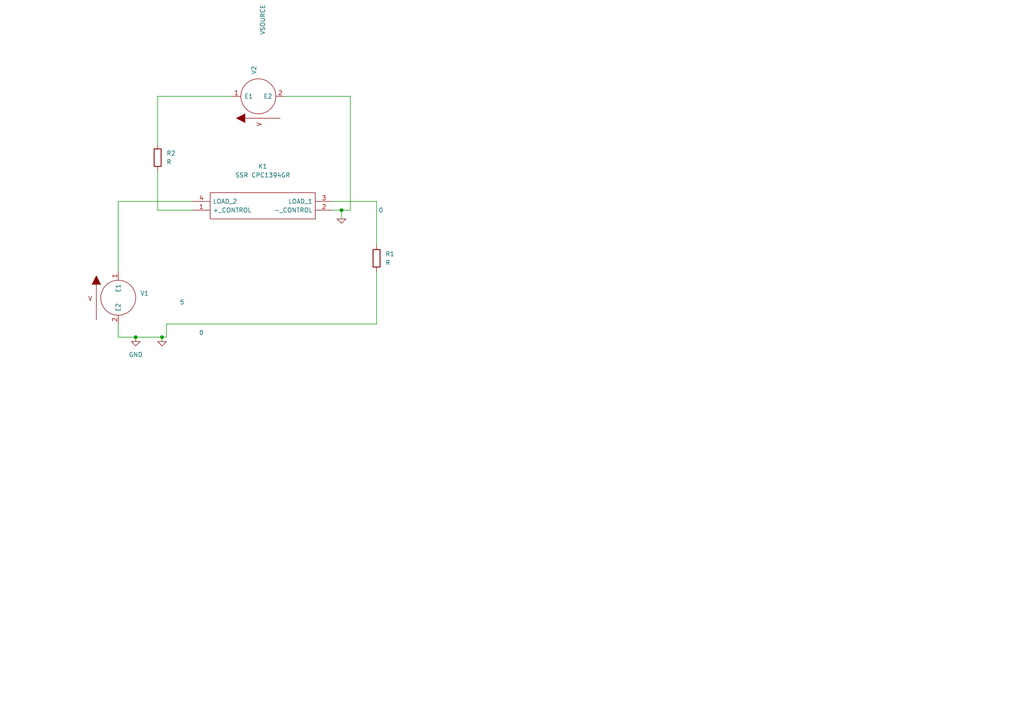
<source format=kicad_sch>
(kicad_sch (version 20211123) (generator eeschema)
  (paper "A4")
  (lib_symbols
    (symbol "Device:R" (pin_numbers hide) (pin_names (offset 0))
      (property "Reference" "R" (at 2.032 0 90))
      (property "Value" "R" (at 0 0 90))
      (symbol "R_0_1"
        (rectangle (start -1.016 -2.54) (end 1.016 2.54) (stroke (width 0.254)))
      )
      (symbol "R_1_1"
        (pin passive line (at 0 3.81 270) (length 1.27) (name "~") (number "1"))
        (pin passive line (at 0 -3.81 90) (length 1.27) (name "~") (number "2"))
      )
    )
    (symbol "EPSA_lib:SSR CPC1394GR" (pin_names (offset 0.762))
      (property "Reference" "K" (at 50.8 7.62 0))
      (property "Value" "SSR CPC1394GR" (at 50.8 5.08 0))
      (property "Spice_Lib_File" "${EPSA}\\SpiceModel\\SSR.lib" (at 50.8 12.7 0))
      (symbol "SSR CPC1394GR_0_0"
        (pin passive line (at 0 -2.54 0) (length 5.08) (name "+_CONTROL") (number "1"))
        (pin passive line (at 40.64 -2.54 180) (length 5.08) (name "-_CONTROL") (number "2"))
        (pin passive line (at 40.64 0 180) (length 5.08) (name "LOAD_1") (number "3"))
        (pin passive line (at 0 0 0) (length 5.08) (name "LOAD_2") (number "4"))
      )
      (symbol "SSR CPC1394GR_0_1"
        (polyline (pts (xy 5.08 2.54) (xy 35.56 2.54) (xy 35.56 -5.08) (xy 5.08 -5.08) (xy 5.08 2.54)) (stroke (width 0.1524)))
      )
    )
    (symbol "power:GND" (power) (pin_names (offset 0))
      (property "Value" "GND" (at 0 -3.81 0))
      (symbol "GND_0_1"
        (polyline (pts (xy 0 0) (xy 0 -1.27) (xy 1.27 -1.27) (xy 0 -2.54) (xy -1.27 -1.27) (xy 0 -1.27)))
      )
      (symbol "GND_1_1"
        (pin power_in line (at 0 0 270) (length 0) hide (name "GND") (number "1"))
      )
    )
    (symbol "pspice:0" (power) (pin_names (offset 0))
      (property "Value" "0" (at 0 -1.778 0))
      (symbol "0_0_1"
        (polyline (pts (xy -1.27 0) (xy 0 -1.27) (xy 1.27 0) (xy -1.27 0)))
      )
      (symbol "0_1_1"
        (pin power_in line (at 0 0 0) (length 0) hide (name "0") (number "1"))
      )
    )
    (symbol "pspice:VSOURCE" (pin_names (offset 1.016))
      (property "Reference" "V" (at -6.35 7.62 0))
      (property "Value" "VSOURCE" (at 0 0 0))
      (symbol "VSOURCE_0_1"
        (polyline (pts (xy -6.35 -6.35) (xy -6.35 3.81)) (fill (type outline)))
        (polyline (pts (xy -7.62 3.81) (xy -6.35 6.35) (xy -5.08 3.81)) (fill (type outline)))
        (circle (center 0 0) (radius 5.08))
        (text "V" (at -8.128 -0.254 0) (effects (font (size 1.27 1.27))))
      )
      (symbol "VSOURCE_1_1"
        (pin input line (at 0 7.62 270) (length 2.54) (name "E1") (number "1"))
        (pin input line (at 0 -7.62 90) (length 2.54) (name "E2") (number "2"))
      )
    )
  )
  (junction (at 46.99 97.79))
  (junction (at 99.06 60.96))
  (junction (at 39.37 97.79))
  (wire (pts (xy 101.6 27.94) (xy 82.55 27.94)))
  (wire (pts (xy 34.29 93.98) (xy 34.29 97.79)))
  (wire (pts (xy 46.99 97.79) (xy 46.99 99.06)))
  (wire (pts (xy 101.6 60.96) (xy 101.6 27.94)))
  (wire (pts (xy 109.22 58.42) (xy 96.52 58.42)))
  (wire (pts (xy 109.22 93.98) (xy 109.22 78.74)))
  (wire (pts (xy 34.29 97.79) (xy 39.37 97.79)))
  (wire (pts (xy 99.06 63.5) (xy 99.06 60.96)))
  (wire (pts (xy 46.99 97.79) (xy 48.26 97.79)))
  (wire (pts (xy 48.26 93.98) (xy 48.26 97.79)))
  (wire (pts (xy 109.22 71.12) (xy 109.22 58.42)))
  (wire (pts (xy 45.72 60.96) (xy 55.88 60.96)))
  (wire (pts (xy 34.29 58.42) (xy 34.29 78.74)))
  (wire (pts (xy 96.52 60.96) (xy 99.06 60.96)))
  (wire (pts (xy 39.37 97.79) (xy 46.99 97.79)))
  (wire (pts (xy 34.29 58.42) (xy 55.88 58.42)))
  (wire (pts (xy 48.26 93.98) (xy 109.22 93.98)))
  (wire (pts (xy 99.06 60.96) (xy 101.6 60.96)))
  (wire (pts (xy 67.31 27.94) (xy 45.72 27.94)))
  (wire (pts (xy 45.72 27.94) (xy 45.72 41.91)))
  (wire (pts (xy 45.72 49.53) (xy 45.72 60.96)))
  (symbol (lib_id "pspice:VSOURCE") (at 74.93 27.94 90) (unit 1)
    (property "Reference" "V2" (at 73.6599 21.59 0) (effects (justify left)))
    (property "Value" "VSOURCE" (at 76.1999 10.16 0) (effects (justify left)))
    (property "Spice_Primitive" "V" (effects hide))
    (property "Spice_Model" "pulse(0 5 2 100m 100m 2 4)" (effects hide))
    (property "Spice_Netlist_Enabled" "Y" (effects hide))
  )
  (symbol (lib_id "Device:R") (at 45.72 45.72 0) (unit 1)
    (property "Reference" "R2" (at 48.26 44.4499 0) (effects (justify left)))
    (property "Value" "R" (at 48.26 46.9899 0) (effects (justify left)))
    (property "Spice_Primitive" "R" (effects hide))
    (property "Spice_Model" "2.175k" (effects hide))
    (property "Spice_Netlist_Enabled" "Y" (effects hide))
  )
  (symbol (lib_id "pspice:0") (at 46.99 99.06 0) (unit 1)
    (property "Reference" "#GND02" (effects hide))
    (property "Value" "0" (at 58.42 96.52 0))
  )
  (symbol (lib_id "pspice:VSOURCE") (at 34.29 86.36 0) (unit 1)
    (property "Reference" "V1" (at 40.64 85.0899 0) (effects (justify left)))
    (property "Value" "VSOURCE" (at 52.07 87.6299 0) (effects (justify left)))
    (property "Spice_Primitive" "V" (effects hide))
    (property "Spice_Model" "dc 5" (effects hide))
    (property "Spice_Netlist_Enabled" "Y" (effects hide))
  )
  (symbol (lib_id "Device:R") (at 109.22 74.93 0) (unit 1)
    (property "Reference" "R1" (at 111.76 73.6599 0) (effects (justify left)))
    (property "Value" "R" (at 111.76 76.1999 0) (effects (justify left)))
    (property "Spice_Primitive" "R" (effects hide))
    (property "Spice_Model" "100" (effects hide))
    (property "Spice_Netlist_Enabled" "Y" (effects hide))
  )
  (symbol (lib_id "EPSA_lib:SSR CPC1394GR") (at 55.88 58.42 0) (unit 1)
    (property "Reference" "K1" (at 76.2 48.26 0))
    (property "Value" "SSR CPC1394GR" (at 76.2 50.8 0))
    (property "Footprint" "CPC1394GR" (effects hide))
    (property "Datasheet" "https://componentsearchengine.com/Datasheets/1/CPC1394GR.pdf" (effects hide))
    (property "Description" "SPST-NO Solid State Relay Solder 120 mA rms/mA dc Surface Mount, DC MOSFET" (effects hide))
    (property "Height" "3.556" (effects hide))
    (property "Manufacturer_Name" "LITTELFUSE" (effects hide))
    (property "Manufacturer_Part_Number" "CPC1394GR" (effects hide))
    (property "Mouser Part Number" "849-CPC1394GR" (effects hide))
    (property "Mouser Price/Stock" "https://www.mouser.co.uk/ProductDetail/IXYS-Integrated-Circuits/CPC1394GR?qs=8uBHJDVwVqyTG8bzDwZMmA%3D%3D" (effects hide))
    (property "Spice_Primitive" "X" (effects hide))
    (property "Spice_Model" "SWITCH" (effects hide))
    (property "Spice_Netlist_Enabled" "Y" (effects hide))
    (property "Spice_Lib_File" "${EPSA}\\SpiceModel\\SSR.lib" (at 76.2 53.34 0))
  )
  (symbol (lib_id "pspice:0") (at 99.06 63.5 0) (unit 1)
    (property "Reference" "#GND01" (effects hide))
    (property "Value" "0" (at 110.49 60.96 0))
  )
  (symbol (lib_id "power:GND") (at 39.37 97.79 0) (unit 1)
    (property "Reference" "#PWR01" (effects hide))
    (property "Value" "GND" (at 39.37 102.87 0))
  )
)
</source>
